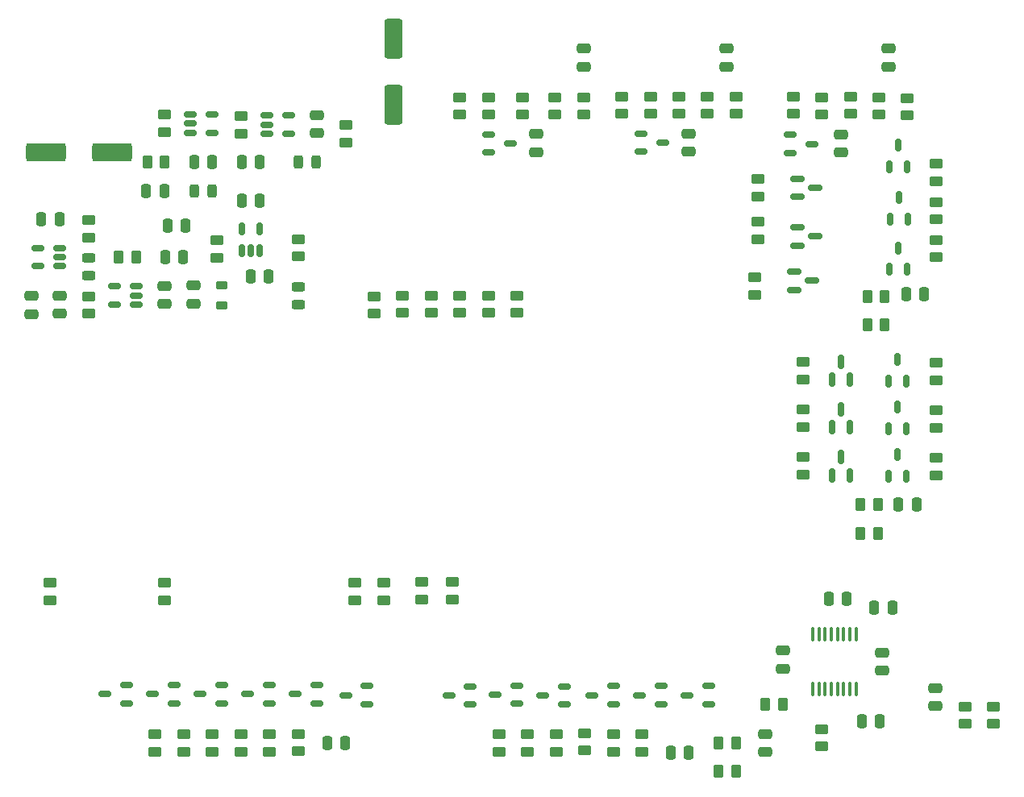
<source format=gbr>
%TF.GenerationSoftware,KiCad,Pcbnew,7.0.8*%
%TF.CreationDate,2024-01-07T20:15:44-08:00*%
%TF.ProjectId,PicoIrrigation,5069636f-4972-4726-9967-6174696f6e2e,rev?*%
%TF.SameCoordinates,Original*%
%TF.FileFunction,Paste,Top*%
%TF.FilePolarity,Positive*%
%FSLAX46Y46*%
G04 Gerber Fmt 4.6, Leading zero omitted, Abs format (unit mm)*
G04 Created by KiCad (PCBNEW 7.0.8) date 2024-01-07 20:15:44*
%MOMM*%
%LPD*%
G01*
G04 APERTURE LIST*
G04 Aperture macros list*
%AMRoundRect*
0 Rectangle with rounded corners*
0 $1 Rounding radius*
0 $2 $3 $4 $5 $6 $7 $8 $9 X,Y pos of 4 corners*
0 Add a 4 corners polygon primitive as box body*
4,1,4,$2,$3,$4,$5,$6,$7,$8,$9,$2,$3,0*
0 Add four circle primitives for the rounded corners*
1,1,$1+$1,$2,$3*
1,1,$1+$1,$4,$5*
1,1,$1+$1,$6,$7*
1,1,$1+$1,$8,$9*
0 Add four rect primitives between the rounded corners*
20,1,$1+$1,$2,$3,$4,$5,0*
20,1,$1+$1,$4,$5,$6,$7,0*
20,1,$1+$1,$6,$7,$8,$9,0*
20,1,$1+$1,$8,$9,$2,$3,0*%
G04 Aperture macros list end*
%ADD10RoundRect,0.250000X-0.450000X0.262500X-0.450000X-0.262500X0.450000X-0.262500X0.450000X0.262500X0*%
%ADD11RoundRect,0.250000X0.475000X-0.250000X0.475000X0.250000X-0.475000X0.250000X-0.475000X-0.250000X0*%
%ADD12RoundRect,0.250000X0.450000X-0.262500X0.450000X0.262500X-0.450000X0.262500X-0.450000X-0.262500X0*%
%ADD13RoundRect,0.250000X0.262500X0.450000X-0.262500X0.450000X-0.262500X-0.450000X0.262500X-0.450000X0*%
%ADD14RoundRect,0.150000X0.150000X-0.512500X0.150000X0.512500X-0.150000X0.512500X-0.150000X-0.512500X0*%
%ADD15RoundRect,0.150000X0.150000X-0.587500X0.150000X0.587500X-0.150000X0.587500X-0.150000X-0.587500X0*%
%ADD16RoundRect,0.150000X-0.587500X-0.150000X0.587500X-0.150000X0.587500X0.150000X-0.587500X0.150000X0*%
%ADD17RoundRect,0.250000X-0.475000X0.250000X-0.475000X-0.250000X0.475000X-0.250000X0.475000X0.250000X0*%
%ADD18RoundRect,0.250000X0.250000X0.475000X-0.250000X0.475000X-0.250000X-0.475000X0.250000X-0.475000X0*%
%ADD19RoundRect,0.250000X-0.250000X-0.475000X0.250000X-0.475000X0.250000X0.475000X-0.250000X0.475000X0*%
%ADD20RoundRect,0.100000X-0.100000X0.637500X-0.100000X-0.637500X0.100000X-0.637500X0.100000X0.637500X0*%
%ADD21RoundRect,0.150000X0.512500X0.150000X-0.512500X0.150000X-0.512500X-0.150000X0.512500X-0.150000X0*%
%ADD22RoundRect,0.243750X0.456250X-0.243750X0.456250X0.243750X-0.456250X0.243750X-0.456250X-0.243750X0*%
%ADD23RoundRect,0.150000X-0.512500X-0.150000X0.512500X-0.150000X0.512500X0.150000X-0.512500X0.150000X0*%
%ADD24RoundRect,0.218750X-0.381250X0.218750X-0.381250X-0.218750X0.381250X-0.218750X0.381250X0.218750X0*%
%ADD25RoundRect,0.250000X1.825000X0.700000X-1.825000X0.700000X-1.825000X-0.700000X1.825000X-0.700000X0*%
%ADD26RoundRect,0.243750X-0.243750X-0.456250X0.243750X-0.456250X0.243750X0.456250X-0.243750X0.456250X0*%
%ADD27RoundRect,0.250000X0.700000X-1.825000X0.700000X1.825000X-0.700000X1.825000X-0.700000X-1.825000X0*%
%ADD28RoundRect,0.243750X-0.456250X0.243750X-0.456250X-0.243750X0.456250X-0.243750X0.456250X0.243750X0*%
%ADD29RoundRect,0.243750X0.243750X0.456250X-0.243750X0.456250X-0.243750X-0.456250X0.243750X-0.456250X0*%
G04 APERTURE END LIST*
D10*
%TO.C,R21*%
X123600000Y-61175000D03*
X123600000Y-63000000D03*
%TD*%
%TO.C,R2*%
X86000000Y-112175000D03*
X86000000Y-114000000D03*
%TD*%
D11*
%TO.C,C2*%
X130000000Y-57950000D03*
X130000000Y-56050000D03*
%TD*%
D10*
%TO.C,R5*%
X113000000Y-112087500D03*
X113000000Y-113912500D03*
%TD*%
D12*
%TO.C,R44*%
X97000000Y-129912500D03*
X97000000Y-128087500D03*
%TD*%
D10*
%TO.C,R91*%
X167000000Y-94087500D03*
X167000000Y-95912500D03*
%TD*%
D13*
%TO.C,R82*%
X161600000Y-85100000D03*
X159775000Y-85100000D03*
%TD*%
%TO.C,R83*%
X161600000Y-82100000D03*
X159775000Y-82100000D03*
%TD*%
D14*
%TO.C,D51*%
X162100000Y-68500000D03*
X164000000Y-68500000D03*
X163050000Y-66225000D03*
%TD*%
D15*
%TO.C,Q9*%
X156050000Y-100875000D03*
X157950000Y-100875000D03*
X157000000Y-99000000D03*
%TD*%
D16*
%TO.C,Q4*%
X152462500Y-74850000D03*
X152462500Y-76750000D03*
X154337500Y-75800000D03*
%TD*%
D13*
%TO.C,R55*%
X146000000Y-132000000D03*
X144175000Y-132000000D03*
%TD*%
D12*
%TO.C,R48*%
X85000000Y-129912500D03*
X85000000Y-128087500D03*
%TD*%
D17*
%TO.C,C1*%
X125000000Y-65050000D03*
X125000000Y-66950000D03*
%TD*%
D18*
%TO.C,C5*%
X88200000Y-74700000D03*
X86300000Y-74700000D03*
%TD*%
D19*
%TO.C,C31*%
X86050000Y-77950000D03*
X87950000Y-77950000D03*
%TD*%
D12*
%TO.C,R34*%
X153000000Y-90825000D03*
X153000000Y-89000000D03*
%TD*%
D20*
%TO.C,U4*%
X158600000Y-117600000D03*
X157950000Y-117600000D03*
X157300000Y-117600000D03*
X156650000Y-117600000D03*
X156000000Y-117600000D03*
X155350000Y-117600000D03*
X154700000Y-117600000D03*
X154050000Y-117600000D03*
X154050000Y-123325000D03*
X154700000Y-123325000D03*
X155350000Y-123325000D03*
X156000000Y-123325000D03*
X156650000Y-123325000D03*
X157300000Y-123325000D03*
X157950000Y-123325000D03*
X158600000Y-123325000D03*
%TD*%
D18*
%TO.C,C13*%
X161125000Y-126712500D03*
X159225000Y-126712500D03*
%TD*%
D12*
%TO.C,R13*%
X123000000Y-83825000D03*
X123000000Y-82000000D03*
%TD*%
%TO.C,R64*%
X164000000Y-63087500D03*
X164000000Y-61262500D03*
%TD*%
D10*
%TO.C,R61*%
X158000000Y-61087500D03*
X158000000Y-62912500D03*
%TD*%
D13*
%TO.C,R9*%
X83000000Y-77950000D03*
X81175000Y-77950000D03*
%TD*%
D12*
%TO.C,R33*%
X153000000Y-95825000D03*
X153000000Y-94000000D03*
%TD*%
D18*
%TO.C,C33*%
X96000000Y-68000000D03*
X94100000Y-68000000D03*
%TD*%
D13*
%TO.C,R89*%
X160912500Y-104000000D03*
X159087500Y-104000000D03*
%TD*%
D19*
%TO.C,C21*%
X163050000Y-104000000D03*
X164950000Y-104000000D03*
%TD*%
D21*
%TO.C,D33*%
X133110000Y-124950000D03*
X133110000Y-123050000D03*
X130835000Y-124000000D03*
%TD*%
D12*
%TO.C,R28*%
X146000000Y-62912500D03*
X146000000Y-61087500D03*
%TD*%
%TO.C,R63*%
X161000000Y-63000000D03*
X161000000Y-61175000D03*
%TD*%
D13*
%TO.C,R42*%
X150912500Y-125000000D03*
X149087500Y-125000000D03*
%TD*%
%TO.C,R18*%
X146000000Y-129000000D03*
X144175000Y-129000000D03*
%TD*%
D12*
%TO.C,R80*%
X100000000Y-77912500D03*
X100000000Y-76087500D03*
%TD*%
%TO.C,R50*%
X133110000Y-129912500D03*
X133110000Y-128087500D03*
%TD*%
D19*
%TO.C,C25*%
X103050000Y-129000000D03*
X104950000Y-129000000D03*
%TD*%
D10*
%TO.C,R60*%
X152000000Y-61087500D03*
X152000000Y-62912500D03*
%TD*%
%TO.C,R85*%
X167000000Y-72175000D03*
X167000000Y-74000000D03*
%TD*%
D21*
%TO.C,D25*%
X107275000Y-124950000D03*
X107275000Y-123050000D03*
X105000000Y-124000000D03*
%TD*%
%TO.C,D30*%
X82000000Y-124850000D03*
X82000000Y-122950000D03*
X79725000Y-123900000D03*
%TD*%
D14*
%TO.C,D52*%
X162100000Y-79275000D03*
X164000000Y-79275000D03*
X163050000Y-77000000D03*
%TD*%
D12*
%TO.C,R19*%
X127000000Y-63000000D03*
X127000000Y-61175000D03*
%TD*%
D17*
%TO.C,C32*%
X72000000Y-82050000D03*
X72000000Y-83950000D03*
%TD*%
D10*
%TO.C,R25*%
X140000000Y-61087500D03*
X140000000Y-62912500D03*
%TD*%
D21*
%TO.C,D34*%
X127972500Y-125000000D03*
X127972500Y-123100000D03*
X125697500Y-124050000D03*
%TD*%
D10*
%TO.C,R22*%
X120000000Y-61175000D03*
X120000000Y-63000000D03*
%TD*%
D13*
%TO.C,R88*%
X160912500Y-107000000D03*
X159087500Y-107000000D03*
%TD*%
D10*
%TO.C,R87*%
X167000000Y-76175000D03*
X167000000Y-78000000D03*
%TD*%
D21*
%TO.C,D31*%
X143110000Y-124950000D03*
X143110000Y-123050000D03*
X140835000Y-124000000D03*
%TD*%
D22*
%TO.C,D46*%
X100000000Y-82937500D03*
X100000000Y-81062500D03*
%TD*%
D17*
%TO.C,C12*%
X161375000Y-119512500D03*
X161375000Y-121412500D03*
%TD*%
%TO.C,C30*%
X102000000Y-63050000D03*
X102000000Y-64950000D03*
%TD*%
D23*
%TO.C,U7*%
X88725000Y-63000000D03*
X88725000Y-63950000D03*
X88725000Y-64900000D03*
X91000000Y-64900000D03*
X91000000Y-63000000D03*
%TD*%
D10*
%TO.C,R6*%
X106000000Y-112175000D03*
X106000000Y-114000000D03*
%TD*%
D15*
%TO.C,Q6*%
X156050000Y-95875000D03*
X157950000Y-95875000D03*
X157000000Y-94000000D03*
%TD*%
D12*
%TO.C,R40*%
X153000000Y-100825000D03*
X153000000Y-99000000D03*
%TD*%
D23*
%TO.C,D3*%
X151725000Y-65137500D03*
X151725000Y-67037500D03*
X154000000Y-66087500D03*
%TD*%
D11*
%TO.C,C4*%
X145000000Y-57950000D03*
X145000000Y-56050000D03*
%TD*%
D19*
%TO.C,C10*%
X94100000Y-72000000D03*
X96000000Y-72000000D03*
%TD*%
D10*
%TO.C,R84*%
X167000000Y-68175000D03*
X167000000Y-70000000D03*
%TD*%
%TO.C,R56*%
X173000000Y-125175000D03*
X173000000Y-127000000D03*
%TD*%
D24*
%TO.C,FB1*%
X92000000Y-80937500D03*
X92000000Y-83062500D03*
%TD*%
D10*
%TO.C,R38*%
X155000000Y-127550000D03*
X155000000Y-129375000D03*
%TD*%
D21*
%TO.C,D29*%
X87000000Y-124850000D03*
X87000000Y-122950000D03*
X84725000Y-123900000D03*
%TD*%
D12*
%TO.C,R16*%
X108000000Y-83912500D03*
X108000000Y-82087500D03*
%TD*%
%TO.C,R29*%
X148337500Y-76075000D03*
X148337500Y-74250000D03*
%TD*%
D10*
%TO.C,R62*%
X155000000Y-61175000D03*
X155000000Y-63000000D03*
%TD*%
D14*
%TO.C,U5*%
X94100000Y-77275000D03*
X95050000Y-77275000D03*
X96000000Y-77275000D03*
X96000000Y-75000000D03*
X94100000Y-75000000D03*
%TD*%
D19*
%TO.C,C29*%
X84050000Y-71000000D03*
X85950000Y-71000000D03*
%TD*%
D13*
%TO.C,R58*%
X86000000Y-68000000D03*
X84175000Y-68000000D03*
%TD*%
D17*
%TO.C,C3*%
X141000000Y-65000000D03*
X141000000Y-66900000D03*
%TD*%
D12*
%TO.C,R37*%
X148000000Y-81912500D03*
X148000000Y-80087500D03*
%TD*%
%TO.C,R17*%
X86000000Y-64825000D03*
X86000000Y-63000000D03*
%TD*%
D16*
%TO.C,Q8*%
X152125000Y-79500000D03*
X152125000Y-81400000D03*
X154000000Y-80450000D03*
%TD*%
D12*
%TO.C,R54*%
X121110000Y-129912500D03*
X121110000Y-128087500D03*
%TD*%
D11*
%TO.C,C8*%
X89000000Y-82850000D03*
X89000000Y-80950000D03*
%TD*%
D12*
%TO.C,R53*%
X124110000Y-129912500D03*
X124110000Y-128087500D03*
%TD*%
D21*
%TO.C,D26*%
X102000000Y-124850000D03*
X102000000Y-122950000D03*
X99725000Y-123900000D03*
%TD*%
D18*
%TO.C,C14*%
X157625000Y-113862500D03*
X155725000Y-113862500D03*
%TD*%
D12*
%TO.C,R24*%
X134000000Y-62912500D03*
X134000000Y-61087500D03*
%TD*%
D14*
%TO.C,D54*%
X162000000Y-91000000D03*
X163900000Y-91000000D03*
X162950000Y-88725000D03*
%TD*%
D10*
%TO.C,R90*%
X167000000Y-89087500D03*
X167000000Y-90912500D03*
%TD*%
%TO.C,R92*%
X167000000Y-99087500D03*
X167000000Y-100912500D03*
%TD*%
D17*
%TO.C,C9*%
X75000000Y-82000000D03*
X75000000Y-83900000D03*
%TD*%
D12*
%TO.C,R43*%
X100000000Y-129875000D03*
X100000000Y-128050000D03*
%TD*%
%TO.C,R20*%
X117000000Y-63000000D03*
X117000000Y-61175000D03*
%TD*%
D10*
%TO.C,R1*%
X74000000Y-112175000D03*
X74000000Y-114000000D03*
%TD*%
D11*
%TO.C,C7*%
X162000000Y-57950000D03*
X162000000Y-56050000D03*
%TD*%
%TO.C,C16*%
X166900000Y-125150000D03*
X166900000Y-123250000D03*
%TD*%
D25*
%TO.C,C27*%
X80475000Y-67000000D03*
X73525000Y-67000000D03*
%TD*%
D12*
%TO.C,R46*%
X91000000Y-129912500D03*
X91000000Y-128087500D03*
%TD*%
%TO.C,R27*%
X143000000Y-62912500D03*
X143000000Y-61087500D03*
%TD*%
D10*
%TO.C,R59*%
X170050000Y-125175000D03*
X170050000Y-127000000D03*
%TD*%
D19*
%TO.C,C26*%
X139160000Y-130000000D03*
X141060000Y-130000000D03*
%TD*%
D21*
%TO.C,U1*%
X75000000Y-78900000D03*
X75000000Y-77950000D03*
X75000000Y-77000000D03*
X72725000Y-77000000D03*
X72725000Y-78900000D03*
%TD*%
D18*
%TO.C,C11*%
X96950000Y-80000000D03*
X95050000Y-80000000D03*
%TD*%
D21*
%TO.C,D28*%
X92000000Y-124850000D03*
X92000000Y-122950000D03*
X89725000Y-123900000D03*
%TD*%
D19*
%TO.C,C18*%
X163850000Y-81900000D03*
X165750000Y-81900000D03*
%TD*%
D26*
%TO.C,D39*%
X100062500Y-68000000D03*
X101937500Y-68000000D03*
%TD*%
D10*
%TO.C,R7*%
X78000000Y-74087500D03*
X78000000Y-75912500D03*
%TD*%
D11*
%TO.C,C15*%
X86000000Y-82900000D03*
X86000000Y-81000000D03*
%TD*%
D12*
%TO.C,R23*%
X130000000Y-63000000D03*
X130000000Y-61175000D03*
%TD*%
D27*
%TO.C,C28*%
X110000000Y-61950000D03*
X110000000Y-55000000D03*
%TD*%
D23*
%TO.C,D1*%
X120000000Y-65087500D03*
X120000000Y-66987500D03*
X122275000Y-66037500D03*
%TD*%
D16*
%TO.C,Q5*%
X152425000Y-69750000D03*
X152425000Y-71650000D03*
X154300000Y-70700000D03*
%TD*%
D28*
%TO.C,D48*%
X78000000Y-78062500D03*
X78000000Y-79937500D03*
%TD*%
D23*
%TO.C,U3*%
X96725000Y-63100000D03*
X96725000Y-64050000D03*
X96725000Y-65000000D03*
X99000000Y-65000000D03*
X99000000Y-63100000D03*
%TD*%
D10*
%TO.C,R86*%
X78000000Y-82087500D03*
X78000000Y-83912500D03*
%TD*%
D12*
%TO.C,R12*%
X114000000Y-83825000D03*
X114000000Y-82000000D03*
%TD*%
D10*
%TO.C,R26*%
X137000000Y-61087500D03*
X137000000Y-62912500D03*
%TD*%
%TO.C,R8*%
X91500000Y-76187500D03*
X91500000Y-78012500D03*
%TD*%
D12*
%TO.C,R10*%
X94000000Y-65000000D03*
X94000000Y-63175000D03*
%TD*%
D17*
%TO.C,C17*%
X150925000Y-119312500D03*
X150925000Y-121212500D03*
%TD*%
D10*
%TO.C,R4*%
X116200000Y-112087500D03*
X116200000Y-113912500D03*
%TD*%
D23*
%TO.C,D2*%
X136000000Y-65000000D03*
X136000000Y-66900000D03*
X138275000Y-65950000D03*
%TD*%
D18*
%TO.C,C23*%
X74950000Y-74000000D03*
X73050000Y-74000000D03*
%TD*%
D29*
%TO.C,D40*%
X91000000Y-71000000D03*
X89125000Y-71000000D03*
%TD*%
D12*
%TO.C,R15*%
X111000000Y-83825000D03*
X111000000Y-82000000D03*
%TD*%
D14*
%TO.C,D53*%
X162000000Y-96000000D03*
X163900000Y-96000000D03*
X162950000Y-93725000D03*
%TD*%
%TO.C,D50*%
X162150000Y-73975000D03*
X164050000Y-73975000D03*
X163100000Y-71700000D03*
%TD*%
D12*
%TO.C,R57*%
X105000000Y-65912500D03*
X105000000Y-64087500D03*
%TD*%
%TO.C,R30*%
X148300000Y-71612500D03*
X148300000Y-69787500D03*
%TD*%
D19*
%TO.C,C34*%
X89100000Y-68000000D03*
X91000000Y-68000000D03*
%TD*%
D12*
%TO.C,R52*%
X127110000Y-129912500D03*
X127110000Y-128087500D03*
%TD*%
%TO.C,R11*%
X117000000Y-83825000D03*
X117000000Y-82000000D03*
%TD*%
D21*
%TO.C,D35*%
X122972500Y-124900000D03*
X122972500Y-123000000D03*
X120697500Y-123950000D03*
%TD*%
D11*
%TO.C,C24*%
X149087500Y-129950000D03*
X149087500Y-128050000D03*
%TD*%
D19*
%TO.C,C20*%
X160525000Y-114762500D03*
X162425000Y-114762500D03*
%TD*%
D14*
%TO.C,D55*%
X162000000Y-101000000D03*
X163900000Y-101000000D03*
X162950000Y-98725000D03*
%TD*%
D21*
%TO.C,D27*%
X97000000Y-124850000D03*
X97000000Y-122950000D03*
X94725000Y-123900000D03*
%TD*%
D12*
%TO.C,R14*%
X120000000Y-83825000D03*
X120000000Y-82000000D03*
%TD*%
%TO.C,R45*%
X94000000Y-129912500D03*
X94000000Y-128087500D03*
%TD*%
D17*
%TO.C,C6*%
X157000000Y-65087500D03*
X157000000Y-66987500D03*
%TD*%
D12*
%TO.C,R47*%
X88000000Y-129912500D03*
X88000000Y-128087500D03*
%TD*%
%TO.C,R51*%
X130110000Y-129825000D03*
X130110000Y-128000000D03*
%TD*%
D10*
%TO.C,R3*%
X109000000Y-112175000D03*
X109000000Y-114000000D03*
%TD*%
D21*
%TO.C,U2*%
X83000000Y-82950000D03*
X83000000Y-82000000D03*
X83000000Y-81050000D03*
X80725000Y-81050000D03*
X80725000Y-82950000D03*
%TD*%
%TO.C,D36*%
X118110000Y-125000000D03*
X118110000Y-123100000D03*
X115835000Y-124050000D03*
%TD*%
D15*
%TO.C,Q7*%
X156050000Y-90875000D03*
X157950000Y-90875000D03*
X157000000Y-89000000D03*
%TD*%
D12*
%TO.C,R49*%
X136110000Y-129912500D03*
X136110000Y-128087500D03*
%TD*%
D21*
%TO.C,D32*%
X138110000Y-124950000D03*
X138110000Y-123050000D03*
X135835000Y-124000000D03*
%TD*%
M02*

</source>
